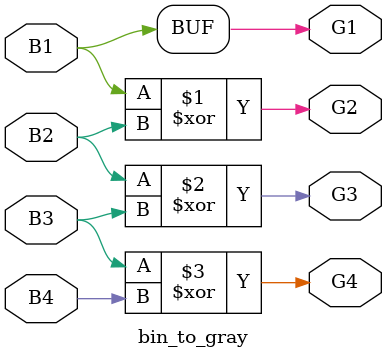
<source format=v>
module bin_to_gray(input B1,B2,B3,B4, output G1,G2,G3,G4);
assign G1 = B1;
assign G2 = B1 ^ B2;
assign G3 = B2 ^ B3;
assign G4 = B3 ^ B4;
endmodule

</source>
